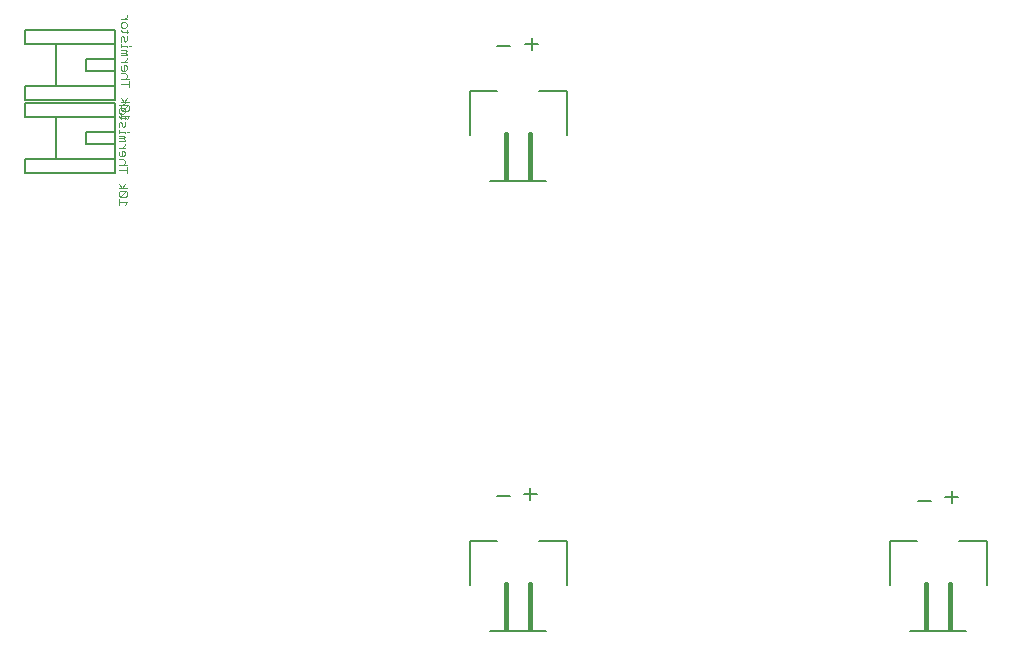
<source format=gbo>
G75*
G70*
%OFA0B0*%
%FSLAX24Y24*%
%IPPOS*%
%LPD*%
%AMOC8*
5,1,8,0,0,1.08239X$1,22.5*
%
%ADD10C,0.0060*%
%ADD11C,0.0020*%
%ADD12C,0.0050*%
%ADD13C,0.0157*%
D10*
X041894Y005124D02*
X042321Y005124D01*
X042794Y005201D02*
X043221Y005201D01*
X043007Y004988D02*
X043007Y005415D01*
X055944Y004974D02*
X056371Y004974D01*
X056844Y005101D02*
X057271Y005101D01*
X057057Y004888D02*
X057057Y005315D01*
X043057Y019988D02*
X043057Y020415D01*
X042844Y020201D02*
X043271Y020201D01*
X042321Y020124D02*
X041894Y020124D01*
D11*
X029693Y020146D02*
X029646Y020146D01*
X029553Y020146D02*
X029366Y020146D01*
X029366Y020100D02*
X029366Y020193D01*
X029366Y020284D02*
X029366Y020424D01*
X029412Y020471D01*
X029459Y020424D01*
X029459Y020330D01*
X029506Y020284D01*
X029553Y020330D01*
X029553Y020471D01*
X029553Y020560D02*
X029553Y020653D01*
X029599Y020607D02*
X029412Y020607D01*
X029366Y020653D01*
X029412Y020744D02*
X029366Y020791D01*
X029366Y020884D01*
X029412Y020931D01*
X029506Y020931D01*
X029553Y020884D01*
X029553Y020791D01*
X029506Y020744D01*
X029412Y020744D01*
X029366Y021020D02*
X029553Y021020D01*
X029553Y021114D02*
X029553Y021160D01*
X029553Y021114D02*
X029459Y021020D01*
X029553Y020146D02*
X029553Y020100D01*
X029506Y020010D02*
X029553Y019964D01*
X029506Y019917D01*
X029366Y019917D01*
X029366Y020010D02*
X029506Y020010D01*
X029506Y019917D02*
X029553Y019870D01*
X029553Y019823D01*
X029366Y019823D01*
X029553Y019733D02*
X029553Y019687D01*
X029459Y019593D01*
X029459Y019504D02*
X029459Y019317D01*
X029412Y019317D02*
X029506Y019317D01*
X029553Y019364D01*
X029553Y019457D01*
X029506Y019504D01*
X029459Y019504D01*
X029366Y019457D02*
X029366Y019364D01*
X029412Y019317D01*
X029366Y019228D02*
X029506Y019228D01*
X029553Y019181D01*
X029553Y019088D01*
X029506Y019041D01*
X029646Y019041D02*
X029366Y019041D01*
X029366Y018858D02*
X029646Y018858D01*
X029646Y018765D02*
X029646Y018951D01*
X029553Y018398D02*
X029459Y018258D01*
X029366Y018398D01*
X029366Y018258D02*
X029646Y018258D01*
X029599Y018169D02*
X029412Y017982D01*
X029366Y018029D01*
X029366Y018122D01*
X029412Y018169D01*
X029599Y018169D01*
X029646Y018122D01*
X029646Y018029D01*
X029599Y017982D01*
X029412Y017982D01*
X029483Y018019D02*
X029483Y017926D01*
X029436Y017879D01*
X029342Y017879D01*
X029296Y017926D01*
X029296Y018019D01*
X029342Y018066D01*
X029436Y018066D01*
X029483Y018019D01*
X029483Y018155D02*
X029296Y018155D01*
X029389Y018155D02*
X029483Y018249D01*
X029483Y018295D01*
X029366Y017893D02*
X029366Y017706D01*
X029342Y017742D02*
X029296Y017788D01*
X029342Y017742D02*
X029529Y017742D01*
X029553Y017706D02*
X029646Y017799D01*
X029366Y017799D01*
X029483Y017788D02*
X029483Y017695D01*
X029483Y017606D02*
X029483Y017465D01*
X029436Y017419D01*
X029389Y017465D01*
X029389Y017559D01*
X029342Y017606D01*
X029296Y017559D01*
X029296Y017419D01*
X029296Y017328D02*
X029296Y017235D01*
X029296Y017281D02*
X029483Y017281D01*
X029483Y017235D01*
X029436Y017145D02*
X029296Y017145D01*
X029296Y017052D02*
X029436Y017052D01*
X029483Y017099D01*
X029436Y017145D01*
X029436Y017052D02*
X029483Y017005D01*
X029483Y016958D01*
X029296Y016958D01*
X029483Y016868D02*
X029483Y016822D01*
X029389Y016728D01*
X029389Y016639D02*
X029389Y016452D01*
X029342Y016452D02*
X029436Y016452D01*
X029483Y016499D01*
X029483Y016592D01*
X029436Y016639D01*
X029389Y016639D01*
X029296Y016592D02*
X029296Y016499D01*
X029342Y016452D01*
X029296Y016363D02*
X029436Y016363D01*
X029483Y016316D01*
X029483Y016223D01*
X029436Y016176D01*
X029576Y016176D02*
X029296Y016176D01*
X029296Y015993D02*
X029576Y015993D01*
X029576Y015900D02*
X029576Y016086D01*
X029483Y015533D02*
X029389Y015393D01*
X029296Y015533D01*
X029296Y015393D02*
X029576Y015393D01*
X029529Y015304D02*
X029576Y015257D01*
X029576Y015164D01*
X029529Y015117D01*
X029342Y015117D01*
X029529Y015304D01*
X029342Y015304D01*
X029296Y015257D01*
X029296Y015164D01*
X029342Y015117D01*
X029296Y015028D02*
X029296Y014841D01*
X029296Y014934D02*
X029576Y014934D01*
X029483Y014841D01*
X029483Y016728D02*
X029296Y016728D01*
X029576Y017281D02*
X029623Y017281D01*
X029553Y019593D02*
X029366Y019593D01*
D12*
X029151Y015909D02*
X026159Y015909D01*
X026159Y016358D01*
X027191Y016358D01*
X029151Y016358D01*
X029151Y016858D01*
X028191Y016858D01*
X028191Y017283D01*
X029151Y017283D01*
X029151Y017783D01*
X027191Y017783D01*
X026159Y017783D01*
X026159Y018232D01*
X029151Y018232D01*
X029151Y017783D01*
X029151Y018339D02*
X026159Y018339D01*
X026159Y018788D01*
X027191Y018788D01*
X029151Y018788D01*
X029151Y019288D01*
X028191Y019288D01*
X028191Y019713D01*
X029151Y019713D01*
X029151Y020213D01*
X027191Y020213D01*
X026159Y020213D01*
X026159Y020662D01*
X029151Y020662D01*
X029151Y020213D01*
X029151Y019713D02*
X029151Y019288D01*
X029151Y018788D02*
X029151Y018339D01*
X029151Y017283D02*
X029151Y016858D01*
X029151Y016358D02*
X029151Y015909D01*
X027191Y016358D02*
X027191Y017783D01*
X027191Y018788D02*
X027191Y020213D01*
X040987Y018632D02*
X040987Y017176D01*
X040987Y018632D02*
X041892Y018632D01*
X043309Y018632D02*
X044215Y018632D01*
X044215Y017176D01*
X043546Y015640D02*
X041656Y015640D01*
X041833Y015640D02*
X043369Y015640D01*
X043309Y003632D02*
X044215Y003632D01*
X044215Y002176D01*
X041892Y003632D02*
X040987Y003632D01*
X040987Y002176D01*
X041656Y000640D02*
X043546Y000640D01*
X043369Y000640D02*
X041833Y000640D01*
X054987Y002176D02*
X054987Y003632D01*
X055892Y003632D01*
X057309Y003632D02*
X058215Y003632D01*
X058215Y002176D01*
X057546Y000640D02*
X055656Y000640D01*
X055833Y000640D02*
X057369Y000640D01*
D13*
X056994Y000694D02*
X056994Y002215D01*
X056207Y002215D02*
X056207Y000694D01*
X042994Y000694D02*
X042994Y002215D01*
X042207Y002215D02*
X042207Y000694D01*
X042207Y015694D02*
X042207Y017215D01*
X042994Y017215D02*
X042994Y015694D01*
M02*

</source>
